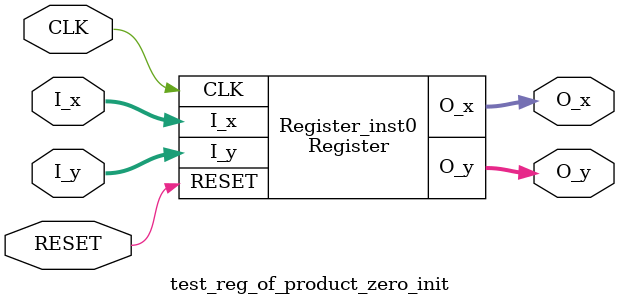
<source format=v>
module coreir_reg #(
    parameter width = 1,
    parameter clk_posedge = 1,
    parameter init = 1
) (
    input clk,
    input [width-1:0] in,
    output [width-1:0] out
);
  reg [width-1:0] outReg=init;
  wire real_clk;
  assign real_clk = clk_posedge ? clk : ~clk;
  always @(posedge real_clk) begin
    outReg <= in;
  end
  assign out = outReg;
endmodule

module Mux2xTuplex_Bits8_y_Bits4 (
    input [7:0] I0_x,
    input [3:0] I0_y,
    input [7:0] I1_x,
    input [3:0] I1_y,
    output [7:0] O_x,
    output [3:0] O_y,
    input S
);
reg [11:0] coreir_commonlib_mux2x12_inst0_out;
always @(*) begin
if (S == 0) begin
    coreir_commonlib_mux2x12_inst0_out = {I0_y[3:0],I0_x[7:0]};
end else begin
    coreir_commonlib_mux2x12_inst0_out = {I1_y[3:0],I1_x[7:0]};
end
end

assign O_x = {coreir_commonlib_mux2x12_inst0_out[7],coreir_commonlib_mux2x12_inst0_out[6],coreir_commonlib_mux2x12_inst0_out[5],coreir_commonlib_mux2x12_inst0_out[4],coreir_commonlib_mux2x12_inst0_out[3],coreir_commonlib_mux2x12_inst0_out[2],coreir_commonlib_mux2x12_inst0_out[1],coreir_commonlib_mux2x12_inst0_out[0]};
assign O_y = {coreir_commonlib_mux2x12_inst0_out[11],coreir_commonlib_mux2x12_inst0_out[10],coreir_commonlib_mux2x12_inst0_out[9],coreir_commonlib_mux2x12_inst0_out[8]};
endmodule

module Register (
    input CLK,
    input [7:0] I_x,
    input [3:0] I_y,
    output [7:0] O_x,
    output [3:0] O_y,
    input RESET
);
wire [7:0] Mux2xTuplex_Bits8_y_Bits4_inst0_O_x_unq1;
wire [3:0] Mux2xTuplex_Bits8_y_Bits4_inst0_O_y_unq1;
wire [11:0] reg_P12_inst0_out;
Mux2xTuplex_Bits8_y_Bits4 Mux2xTuplex_Bits8_y_Bits4_inst0 (
    .I0_x(I_x),
    .I0_y(I_y),
    .I1_x(8'h00),
    .I1_y(4'h0),
    .O_x(Mux2xTuplex_Bits8_y_Bits4_inst0_O_x_unq1),
    .O_y(Mux2xTuplex_Bits8_y_Bits4_inst0_O_y_unq1),
    .S(RESET)
);
wire [11:0] reg_P12_inst0_in;
assign reg_P12_inst0_in = {Mux2xTuplex_Bits8_y_Bits4_inst0_O_y_unq1[3:0],Mux2xTuplex_Bits8_y_Bits4_inst0_O_x_unq1[7:0]};
coreir_reg #(
    .clk_posedge(1'b1),
    .init(12'h000),
    .width(12)
) reg_P12_inst0 (
    .clk(CLK),
    .in(reg_P12_inst0_in),
    .out(reg_P12_inst0_out)
);
assign O_x = {reg_P12_inst0_out[7],reg_P12_inst0_out[6],reg_P12_inst0_out[5],reg_P12_inst0_out[4],reg_P12_inst0_out[3],reg_P12_inst0_out[2],reg_P12_inst0_out[1],reg_P12_inst0_out[0]};
assign O_y = {reg_P12_inst0_out[11],reg_P12_inst0_out[10],reg_P12_inst0_out[9],reg_P12_inst0_out[8]};
endmodule

module test_reg_of_product_zero_init (
    input CLK,
    input [7:0] I_x,
    input [3:0] I_y,
    output [7:0] O_x,
    output [3:0] O_y,
    input RESET
);
Register Register_inst0 (
    .CLK(CLK),
    .I_x(I_x),
    .I_y(I_y),
    .O_x(O_x),
    .O_y(O_y),
    .RESET(RESET)
);
endmodule


</source>
